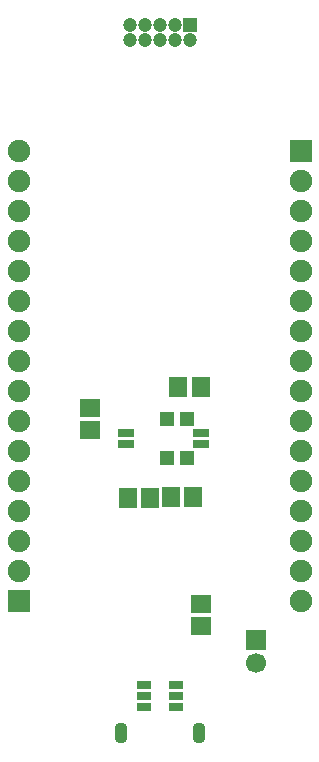
<source format=gbr>
G04 DipTrace 2.4.0.2*
%INBottomMask.gbr*%
%MOMM*%
%ADD26R,1.7X1.7*%
%ADD27C,1.7*%
%ADD28R,1.9X1.9*%
%ADD53R,1.4X0.8*%
%ADD59R,1.3X0.8*%
%ADD69C,1.2*%
%ADD71R,1.2X1.2*%
%ADD77O,1.1X1.8*%
%ADD80C,1.9*%
%ADD81R,1.3X1.2*%
%ADD85R,1.7X1.5*%
%ADD87R,1.5X1.7*%
%FSLAX53Y53*%
G04*
G71*
G90*
G75*
G01*
%LNBotMask*%
%LPD*%
D87*
X10726Y21462D3*
X12626D3*
D85*
X7552Y29100D3*
Y27200D3*
D87*
X16914Y30816D3*
X15014D3*
D81*
X15798Y24850D3*
X14099D3*
X15798Y28127D3*
X14099D3*
D28*
X1524Y12700D3*
D80*
Y15240D3*
Y17780D3*
Y20320D3*
Y22860D3*
Y25400D3*
Y27940D3*
Y30480D3*
Y33020D3*
Y35560D3*
Y38100D3*
Y40640D3*
Y43180D3*
Y45720D3*
Y48260D3*
Y50800D3*
D28*
X25400D3*
D80*
Y48260D3*
Y45720D3*
Y43180D3*
Y40640D3*
Y38100D3*
Y35560D3*
Y33020D3*
Y30480D3*
Y27940D3*
Y25400D3*
Y22860D3*
Y20320D3*
Y17780D3*
Y15240D3*
Y12700D3*
D77*
X10162Y1524D3*
X16762D3*
D71*
X16002Y61468D3*
D69*
X14732D3*
X13462D3*
X12192D3*
X10922D3*
X16002Y60198D3*
X14732D3*
X13462D3*
X12192D3*
X10922D3*
D26*
X21597Y9455D3*
D27*
Y7455D3*
D85*
X16947Y10564D3*
Y12464D3*
D59*
X14812Y5624D3*
Y4674D3*
Y3724D3*
X12112D3*
Y4674D3*
Y5624D3*
D53*
X16916Y26908D3*
X10616D3*
X16916Y26008D3*
X10616D3*
D87*
X16301Y21482D3*
X14401D3*
M02*

</source>
